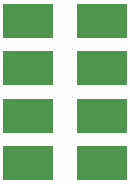
<source format=gbp>
%FSLAX25Y25*%
%MOIN*%
G70*
G01*
G75*
G04 Layer_Color=6049101*
%ADD10R,0.05000X0.08000*%
%ADD11R,0.08000X0.05000*%
%ADD12R,0.05906X0.05906*%
%ADD13P,0.08352X4X255.0*%
%ADD14P,0.08352X4X195.0*%
%ADD15C,0.02500*%
%ADD16C,0.16500*%
%ADD17C,0.04000*%
%ADD18R,0.17716X0.12205*%
%ADD19C,0.01000*%
%ADD20R,0.04000X0.07000*%
%ADD21R,0.07000X0.04000*%
%ADD22R,0.04906X0.04906*%
%ADD23P,0.06937X4X255.0*%
%ADD24P,0.06937X4X195.0*%
%ADD25R,0.16716X0.11205*%
D25*
X468306Y463900D02*
D03*
Y479648D02*
D03*
Y495396D02*
D03*
Y511144D02*
D03*
X443700D02*
D03*
Y495396D02*
D03*
Y479648D02*
D03*
Y463900D02*
D03*
M02*

</source>
